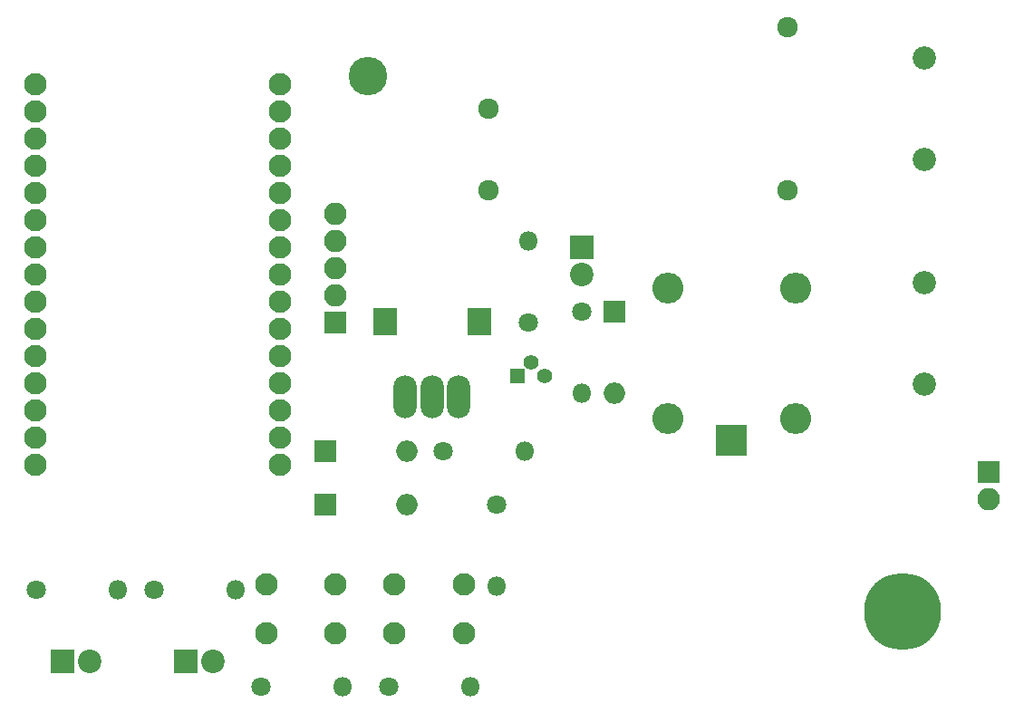
<source format=gts>
G04 #@! TF.FileFunction,Soldermask,Top*
%FSLAX46Y46*%
G04 Gerber Fmt 4.6, Leading zero omitted, Abs format (unit mm)*
G04 Created by KiCad (PCBNEW 4.0.7-e2-6376~58~ubuntu16.04.1) date Fri Dec 29 23:07:09 2017*
%MOMM*%
%LPD*%
G01*
G04 APERTURE LIST*
%ADD10C,0.100000*%
%ADD11R,2.200000X2.600000*%
%ADD12O,2.200000X4.000000*%
%ADD13R,2.900000X2.900000*%
%ADD14O,2.900000X2.900000*%
%ADD15C,2.100000*%
%ADD16R,2.200000X2.200000*%
%ADD17C,2.200000*%
%ADD18R,2.000000X2.000000*%
%ADD19O,2.000000X2.000000*%
%ADD20C,2.178000*%
%ADD21C,1.400000*%
%ADD22R,1.400000X1.400000*%
%ADD23C,1.800000*%
%ADD24O,1.800000X1.800000*%
%ADD25C,1.924000*%
%ADD26R,2.100000X2.100000*%
%ADD27O,2.100000X2.100000*%
%ADD28C,3.600000*%
%ADD29C,7.200000*%
G04 APERTURE END LIST*
D10*
D11*
X141600000Y-67900000D03*
X150400000Y-67900000D03*
D12*
X143500000Y-74900000D03*
X148500000Y-74900000D03*
X146000000Y-74900000D03*
D13*
X174000000Y-79000000D03*
D14*
X180000000Y-77000000D03*
X180000000Y-64800000D03*
X168000000Y-64800000D03*
X168000000Y-77000000D03*
D15*
X131826000Y-81280000D03*
X131826000Y-78740000D03*
X131826000Y-76200000D03*
X131826000Y-73660000D03*
X131826000Y-71120000D03*
X131826000Y-68580000D03*
X131826000Y-66040000D03*
X131826000Y-63500000D03*
X131826000Y-60960000D03*
X131826000Y-58420000D03*
X131826000Y-55880000D03*
X131826000Y-53340000D03*
X131826000Y-50800000D03*
X131826000Y-48260000D03*
X131826000Y-45720000D03*
X108966000Y-81280000D03*
X108966000Y-78740000D03*
X108966000Y-76200000D03*
X108966000Y-73660000D03*
X108966000Y-71120000D03*
X108966000Y-68580000D03*
X108966000Y-66040000D03*
X108966000Y-63500000D03*
X108966000Y-60960000D03*
X108966000Y-58420000D03*
X108966000Y-55880000D03*
X108966000Y-53340000D03*
X108966000Y-50800000D03*
X108966000Y-48260000D03*
X108966000Y-45720000D03*
D16*
X123030000Y-99630000D03*
D17*
X125570000Y-99630000D03*
D16*
X111460000Y-99630000D03*
D17*
X114000000Y-99630000D03*
D18*
X136000000Y-80000000D03*
D19*
X143620000Y-80000000D03*
D18*
X136000000Y-85000000D03*
D19*
X143620000Y-85000000D03*
D18*
X163000000Y-67000000D03*
D19*
X163000000Y-74620000D03*
D16*
X160000000Y-61000000D03*
D17*
X160000000Y-63540000D03*
D20*
X192000000Y-52762500D03*
X192000000Y-43237500D03*
X192000000Y-73762500D03*
X192000000Y-64237500D03*
D21*
X155270000Y-71730000D03*
X156540000Y-73000000D03*
D22*
X154000000Y-73000000D03*
D23*
X142000000Y-102000000D03*
D24*
X149620000Y-102000000D03*
D23*
X130000000Y-102000000D03*
D24*
X137620000Y-102000000D03*
D23*
X120000000Y-93000000D03*
D24*
X127620000Y-93000000D03*
D23*
X109000000Y-93000000D03*
D24*
X116620000Y-93000000D03*
D23*
X147000000Y-80000000D03*
D24*
X154620000Y-80000000D03*
D23*
X155000000Y-68000000D03*
D24*
X155000000Y-60380000D03*
D23*
X152000000Y-85000000D03*
D24*
X152000000Y-92620000D03*
D23*
X160000000Y-67000000D03*
D24*
X160000000Y-74620000D03*
D15*
X142500000Y-92500000D03*
X149000000Y-92500000D03*
X142500000Y-97000000D03*
X149000000Y-97000000D03*
X130500000Y-92500000D03*
X137000000Y-92500000D03*
X130500000Y-97000000D03*
X137000000Y-97000000D03*
D25*
X179240000Y-55620000D03*
X179240000Y-40380000D03*
X151300000Y-55620000D03*
X151300000Y-48000000D03*
D26*
X198000000Y-82000000D03*
D27*
X198000000Y-84540000D03*
D26*
X137000000Y-68000000D03*
D27*
X137000000Y-65460000D03*
X137000000Y-62920000D03*
X137000000Y-60380000D03*
X137000000Y-57840000D03*
D28*
X140000000Y-45000000D03*
D29*
X190000000Y-95000000D03*
M02*

</source>
